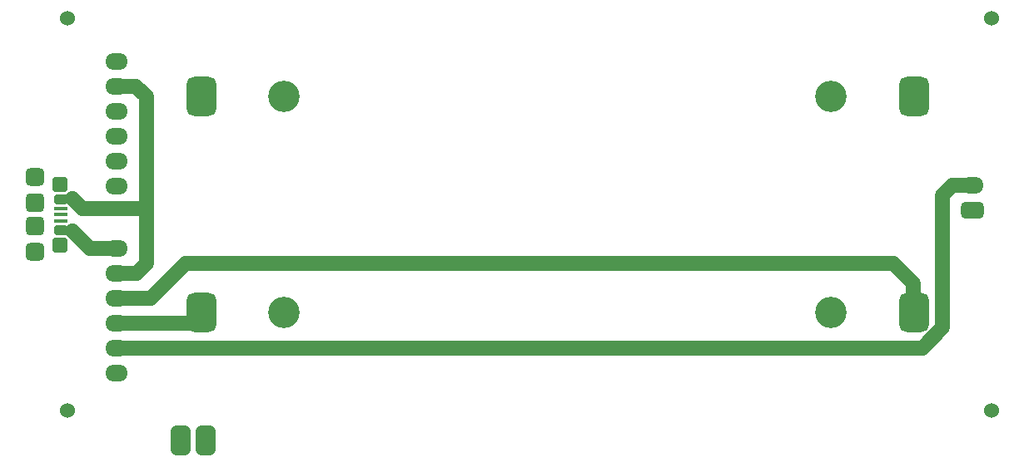
<source format=gbl>
G04*
G04 #@! TF.GenerationSoftware,Altium Limited,Altium Designer,22.2.1 (43)*
G04*
G04 Layer_Physical_Order=2*
G04 Layer_Color=16711680*
%FSLAX24Y24*%
%MOIN*%
G70*
G04*
G04 #@! TF.SameCoordinates,4A8B9231-651C-4E42-A33C-5E076E2A374B*
G04*
G04*
G04 #@! TF.FilePolarity,Positive*
G04*
G01*
G75*
%ADD10C,0.0591*%
%ADD11C,0.1260*%
G04:AMPARAMS|DCode=12|XSize=157.5mil|YSize=118.1mil|CornerRadius=29.5mil|HoleSize=0mil|Usage=FLASHONLY|Rotation=270.000|XOffset=0mil|YOffset=0mil|HoleType=Round|Shape=RoundedRectangle|*
%AMROUNDEDRECTD12*
21,1,0.1575,0.0591,0,0,270.0*
21,1,0.0984,0.1181,0,0,270.0*
1,1,0.0591,-0.0295,-0.0492*
1,1,0.0591,-0.0295,0.0492*
1,1,0.0591,0.0295,0.0492*
1,1,0.0591,0.0295,-0.0492*
%
%ADD12ROUNDEDRECTD12*%
%ADD13C,0.0600*%
G04:AMPARAMS|DCode=14|XSize=80mil|YSize=118.1mil|CornerRadius=20mil|HoleSize=0mil|Usage=FLASHONLY|Rotation=0.000|XOffset=0mil|YOffset=0mil|HoleType=Round|Shape=RoundedRectangle|*
%AMROUNDEDRECTD14*
21,1,0.0800,0.0781,0,0,0.0*
21,1,0.0400,0.1181,0,0,0.0*
1,1,0.0400,0.0200,-0.0391*
1,1,0.0400,-0.0200,-0.0391*
1,1,0.0400,-0.0200,0.0391*
1,1,0.0400,0.0200,0.0391*
%
%ADD14ROUNDEDRECTD14*%
%ADD15O,0.0906X0.0669*%
G04:AMPARAMS|DCode=16|XSize=66.9mil|YSize=90.6mil|CornerRadius=16.7mil|HoleSize=0mil|Usage=FLASHONLY|Rotation=90.000|XOffset=0mil|YOffset=0mil|HoleType=Round|Shape=RoundedRectangle|*
%AMROUNDEDRECTD16*
21,1,0.0669,0.0571,0,0,90.0*
21,1,0.0335,0.0906,0,0,90.0*
1,1,0.0335,0.0285,0.0167*
1,1,0.0335,0.0285,-0.0167*
1,1,0.0335,-0.0285,-0.0167*
1,1,0.0335,-0.0285,0.0167*
%
%ADD16ROUNDEDRECTD16*%
G04:AMPARAMS|DCode=17|XSize=15.7mil|YSize=53.1mil|CornerRadius=3.9mil|HoleSize=0mil|Usage=FLASHONLY|Rotation=90.000|XOffset=0mil|YOffset=0mil|HoleType=Round|Shape=RoundedRectangle|*
%AMROUNDEDRECTD17*
21,1,0.0157,0.0453,0,0,90.0*
21,1,0.0079,0.0531,0,0,90.0*
1,1,0.0079,0.0226,0.0039*
1,1,0.0079,0.0226,-0.0039*
1,1,0.0079,-0.0226,-0.0039*
1,1,0.0079,-0.0226,0.0039*
%
%ADD17ROUNDEDRECTD17*%
G04:AMPARAMS|DCode=18|XSize=39.4mil|YSize=53.1mil|CornerRadius=9.8mil|HoleSize=0mil|Usage=FLASHONLY|Rotation=90.000|XOffset=0mil|YOffset=0mil|HoleType=Round|Shape=RoundedRectangle|*
%AMROUNDEDRECTD18*
21,1,0.0394,0.0335,0,0,90.0*
21,1,0.0197,0.0531,0,0,90.0*
1,1,0.0197,0.0167,0.0098*
1,1,0.0197,0.0167,-0.0098*
1,1,0.0197,-0.0167,-0.0098*
1,1,0.0197,-0.0167,0.0098*
%
%ADD18ROUNDEDRECTD18*%
G04:AMPARAMS|DCode=19|XSize=63mil|YSize=63mil|CornerRadius=15.7mil|HoleSize=0mil|Usage=FLASHONLY|Rotation=90.000|XOffset=0mil|YOffset=0mil|HoleType=Round|Shape=RoundedRectangle|*
%AMROUNDEDRECTD19*
21,1,0.0630,0.0315,0,0,90.0*
21,1,0.0315,0.0630,0,0,90.0*
1,1,0.0315,0.0157,0.0157*
1,1,0.0315,0.0157,-0.0157*
1,1,0.0315,-0.0157,-0.0157*
1,1,0.0315,-0.0157,0.0157*
%
%ADD19ROUNDEDRECTD19*%
G04:AMPARAMS|DCode=20|XSize=70.9mil|YSize=74.8mil|CornerRadius=17.7mil|HoleSize=0mil|Usage=FLASHONLY|Rotation=270.000|XOffset=0mil|YOffset=0mil|HoleType=Round|Shape=RoundedRectangle|*
%AMROUNDEDRECTD20*
21,1,0.0709,0.0394,0,0,270.0*
21,1,0.0354,0.0748,0,0,270.0*
1,1,0.0354,-0.0197,-0.0177*
1,1,0.0354,-0.0197,0.0177*
1,1,0.0354,0.0197,0.0177*
1,1,0.0354,0.0197,-0.0177*
%
%ADD20ROUNDEDRECTD20*%
G04:AMPARAMS|DCode=21|XSize=74.8mil|YSize=74.8mil|CornerRadius=18.7mil|HoleSize=0mil|Usage=FLASHONLY|Rotation=90.000|XOffset=0mil|YOffset=0mil|HoleType=Round|Shape=RoundedRectangle|*
%AMROUNDEDRECTD21*
21,1,0.0748,0.0374,0,0,90.0*
21,1,0.0374,0.0748,0,0,90.0*
1,1,0.0374,0.0187,0.0187*
1,1,0.0374,0.0187,-0.0187*
1,1,0.0374,-0.0187,-0.0187*
1,1,0.0374,-0.0187,0.0187*
%
%ADD21ROUNDEDRECTD21*%
%ADD22C,0.0197*%
D10*
X2159Y9188D02*
X2867Y8480D01*
X3937D01*
X2159Y9188D02*
X2159D01*
X37402Y11024D02*
X38189D01*
X37008Y5309D02*
Y10630D01*
X37402Y11024D01*
X36179Y4480D02*
X37008Y5309D01*
X3937Y4480D02*
X36179D01*
X6693Y7874D02*
X35039D01*
X5299Y6480D02*
X6693Y7874D01*
X35039D02*
X35827Y7087D01*
Y5949D02*
Y7087D01*
Y5949D02*
X35870Y5906D01*
X3937Y6480D02*
X5299D01*
X7031Y5480D02*
X7327Y5776D01*
Y5906D01*
X3937Y5480D02*
X7031D01*
X2176Y10481D02*
X2558Y10098D01*
X5118D01*
Y14567D01*
Y7874D02*
Y10098D01*
X3937Y14992D02*
X4693D01*
X5118Y14567D01*
X4724Y7480D02*
X5118Y7874D01*
X3937Y7480D02*
X4724D01*
D11*
X10630Y14567D02*
D03*
X32524D02*
D03*
Y5906D02*
D03*
X10630D02*
D03*
D12*
X35870Y14567D02*
D03*
X7327D02*
D03*
Y5906D02*
D03*
X35870D02*
D03*
D13*
X38976Y17717D02*
D03*
X1969D02*
D03*
Y1969D02*
D03*
X38976D02*
D03*
D14*
X7480Y787D02*
D03*
X6480D02*
D03*
D15*
X3937Y15992D02*
D03*
Y13992D02*
D03*
Y12992D02*
D03*
Y10992D02*
D03*
Y14992D02*
D03*
Y11992D02*
D03*
Y8480D02*
D03*
Y6480D02*
D03*
Y5480D02*
D03*
Y3480D02*
D03*
Y7480D02*
D03*
Y4480D02*
D03*
X38189Y11024D02*
D03*
D16*
Y10024D02*
D03*
D17*
X1708Y9843D02*
D03*
Y9587D02*
D03*
Y10098D02*
D03*
D18*
Y9225D02*
D03*
Y10465D02*
D03*
D19*
X1658Y8622D02*
D03*
Y11063D02*
D03*
D20*
X655Y8346D02*
D03*
Y11339D02*
D03*
D21*
Y9370D02*
D03*
Y10315D02*
D03*
D22*
X1708Y10465D02*
X2159D01*
X2176Y10481D01*
M02*

</source>
